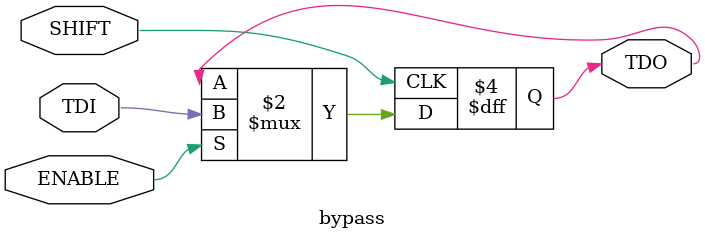
<source format=v>
`timescale 1ns / 1ps
module bypass(
    input TDI,
	 input SHIFT,
    output reg TDO,
    input ENABLE
    );
	
	always @(posedge SHIFT) begin
		if (ENABLE) begin
			TDO <= TDI;
		end
	end

endmodule

</source>
